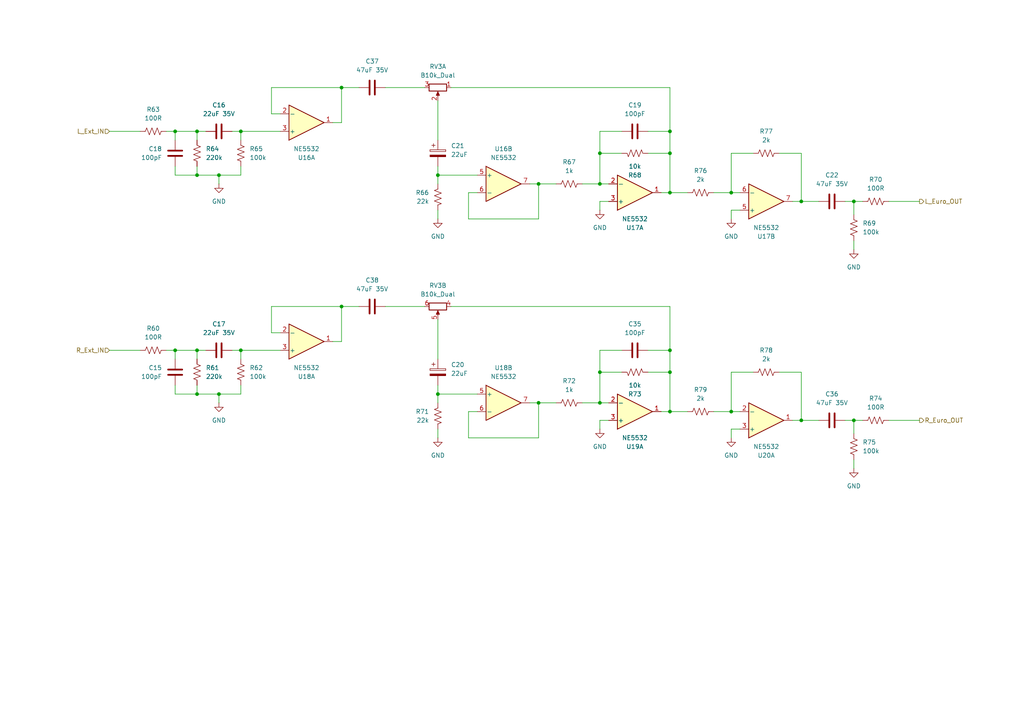
<source format=kicad_sch>
(kicad_sch (version 20250114) (generator "eeschema") (generator_version "9.0")
  (paper "A4")
  (title_block (company "DMH Instruments") (comment 1 "PCB for 5 cm Kosmo format synthesizer module"))
  (lib_symbols
    (symbol "Amplifier_Operational:NE5532" (pin_names (offset 0.127))
      (property "Reference" "U" (at 0 5.08 0))
      (property "Value" "NE5532" (at 0 -5.08 0))
      (symbol "NE5532_1_1"
        (polyline (pts (xy -5.08 5.08) (xy 5.08 0) (xy -5.08 -5.08) (xy -5.08 5.08)) (stroke (width 0.254)) (fill (type background)))
        (pin input line (at -7.62 2.54 0) (length 2.54) (name "+") (number "3"))
        (pin input line (at -7.62 -2.54 0) (length 2.54) (name "-") (number "2"))
        (pin output line (at 7.62 0 180) (length 2.54) (name "~") (number "1"))
      )
      (symbol "NE5532_2_1"
        (polyline (pts (xy -5.08 5.08) (xy 5.08 0) (xy -5.08 -5.08) (xy -5.08 5.08)) (stroke (width 0.254)) (fill (type background)))
        (pin input line (at -7.62 2.54 0) (length 2.54) (name "+") (number "5"))
        (pin input line (at -7.62 -2.54 0) (length 2.54) (name "-") (number "6"))
        (pin output line (at 7.62 0 180) (length 2.54) (name "~") (number "7"))
      )
      (symbol "NE5532_3_1"
        (pin power_in line (at -2.54 7.62 270) (length 3.81) (name "V+") (number "8"))
        (pin power_in line (at -2.54 -7.62 90) (length 3.81) (name "V-") (number "4"))
      )
    )
    (symbol "Device:C" (pin_numbers (hide yes)) (pin_names (offset 0.254))
      (property "Reference" "C" (at 0.635 2.54 0))
      (property "Value" "C" (at 0.635 -2.54 0))
      (symbol "C_0_1"
        (polyline (pts (xy -2.032 0.762) (xy 2.032 0.762)) (stroke (width 0.508)))
        (polyline (pts (xy -2.032 -0.762) (xy 2.032 -0.762)) (stroke (width 0.508)))
      )
      (symbol "C_1_1"
        (pin passive line (at 0 3.81 270) (length 2.794) (name "~") (number "1"))
        (pin passive line (at 0 -3.81 90) (length 2.794) (name "~") (number "2"))
      )
    )
    (symbol "Device:C_Polarized" (pin_numbers (hide yes)) (pin_names (offset 0.254))
      (property "Reference" "C" (at 0.635 2.54 0))
      (property "Value" "C_Polarized" (at 0.635 -2.54 0))
      (symbol "C_Polarized_0_1"
        (rectangle (start -2.286 0.508) (end 2.286 1.016))
        (polyline (pts (xy -1.778 2.286) (xy -0.762 2.286)))
        (polyline (pts (xy -1.27 2.794) (xy -1.27 1.778)))
        (rectangle (start 2.286 -0.508) (end -2.286 -1.016) (fill (type outline)))
      )
      (symbol "C_Polarized_1_1"
        (pin passive line (at 0 3.81 270) (length 2.794) (name "~") (number "1"))
        (pin passive line (at 0 -3.81 90) (length 2.794) (name "~") (number "2"))
      )
    )
    (symbol "Device:R_Potentiometer_Dual_Separate" (pin_names (offset 1.016) (hide yes))
      (property "Reference" "RV" (at -4.445 0 90))
      (property "Value" "R_Potentiometer_Dual_Separate" (at -2.54 0 90))
      (symbol "R_Potentiometer_Dual_Separate_0_1"
        (rectangle (start 1.016 2.54) (end -1.016 -2.54) (stroke (width 0.254)))
        (polyline (pts (xy 1.143 0) (xy 2.286 0.508) (xy 2.286 -0.508) (xy 1.143 0)) (fill (type outline)))
        (polyline (pts (xy 2.54 0) (xy 1.524 0)))
      )
      (symbol "R_Potentiometer_Dual_Separate_1_1"
        (pin passive line (at 0 3.81 270) (length 1.27) (name "1") (number "1"))
        (pin passive line (at 0 -3.81 90) (length 1.27) (name "3") (number "3"))
        (pin passive line (at 3.81 0 180) (length 1.27) (name "2") (number "2"))
      )
      (symbol "R_Potentiometer_Dual_Separate_2_1"
        (pin passive line (at 0 3.81 270) (length 1.27) (name "4") (number "4"))
        (pin passive line (at 0 -3.81 90) (length 1.27) (name "6") (number "6"))
        (pin passive line (at 3.81 0 180) (length 1.27) (name "5") (number "5"))
      )
    )
    (symbol "Device:R_US" (pin_numbers (hide yes)) (pin_names (offset 0))
      (property "Reference" "R" (at 2.54 0 90))
      (property "Value" "R_US" (at -2.54 0 90))
      (symbol "R_US_0_1"
        (polyline (pts (xy 0 2.286) (xy 0 2.54)))
        (polyline (pts (xy 0 2.286) (xy 1.016 1.905) (xy 0 1.524) (xy -1.016 1.143) (xy 0 0.762)))
        (polyline (pts (xy 0 0.762) (xy 1.016 0.381) (xy 0 0) (xy -1.016 -0.381) (xy 0 -0.762)))
        (polyline (pts (xy 0 -0.762) (xy 1.016 -1.143) (xy 0 -1.524) (xy -1.016 -1.905) (xy 0 -2.286)))
        (polyline (pts (xy 0 -2.286) (xy 0 -2.54)))
      )
      (symbol "R_US_1_1"
        (pin passive line (at 0 3.81 270) (length 1.27) (name "~") (number "1"))
        (pin passive line (at 0 -3.81 90) (length 1.27) (name "~") (number "2"))
      )
    )
    (symbol "power:GND" (power) (pin_numbers (hide yes)) (pin_names (offset 0) (hide yes))
      (property "Value" "GND" (at 0 -3.81 0))
      (symbol "GND_0_1"
        (polyline (pts (xy 0 0) (xy 0 -1.27) (xy 1.27 -1.27) (xy 0 -2.54) (xy -1.27 -1.27) (xy 0 -1.27)))
      )
      (symbol "GND_1_1"
        (pin power_in line (at 0 0 270) (length 0) (name "~") (number "1"))
      )
    )
  )
  (junction (at 173.99 53.34))
  (junction (at 194.31 38.1))
  (junction (at 232.41 121.92))
  (junction (at 57.15 114.3))
  (junction (at 57.15 38.1))
  (junction (at 57.15 101.6))
  (junction (at 99.06 25.4))
  (junction (at 50.8 101.6))
  (junction (at 194.31 101.6))
  (junction (at 232.41 58.42))
  (junction (at 173.99 107.95))
  (junction (at 173.99 44.45))
  (junction (at 127 114.3))
  (junction (at 194.31 119.38))
  (junction (at 194.31 107.95))
  (junction (at 247.65 58.42))
  (junction (at 50.8 38.1))
  (junction (at 156.21 116.84))
  (junction (at 127 50.8))
  (junction (at 194.31 44.45))
  (junction (at 69.85 101.6))
  (junction (at 69.85 38.1))
  (junction (at 212.09 55.88))
  (junction (at 173.99 116.84))
  (junction (at 247.65 121.92))
  (junction (at 194.31 55.88))
  (junction (at 156.21 53.34))
  (junction (at 212.09 119.38))
  (junction (at 99.06 88.9))
  (junction (at 63.5 50.8))
  (junction (at 57.15 50.8))
  (junction (at 63.5 114.3))
  (wire (pts (xy 156.21 63.5) (xy 156.21 53.34)))
  (wire (pts (xy 67.31 38.1) (xy 69.85 38.1)))
  (wire (pts (xy 127 114.3) (xy 127 116.84)))
  (wire (pts (xy 247.65 133.35) (xy 247.65 135.89)))
  (wire (pts (xy 57.15 101.6) (xy 59.69 101.6)))
  (wire (pts (xy 135.89 55.88) (xy 135.89 63.5)))
  (wire (pts (xy 247.65 69.85) (xy 247.65 72.39)))
  (wire (pts (xy 48.26 38.1) (xy 50.8 38.1)))
  (wire (pts (xy 81.28 96.52) (xy 78.74 96.52)))
  (wire (pts (xy 69.85 40.64) (xy 69.85 38.1)))
  (wire (pts (xy 50.8 50.8) (xy 57.15 50.8)))
  (wire (pts (xy 127 124.46) (xy 127 127)))
  (wire (pts (xy 257.81 121.92) (xy 266.7 121.92)))
  (wire (pts (xy 247.65 58.42) (xy 245.11 58.42)))
  (wire (pts (xy 187.96 38.1) (xy 194.31 38.1)))
  (wire (pts (xy 173.99 121.92) (xy 173.99 124.46)))
  (wire (pts (xy 212.09 107.95) (xy 212.09 119.38)))
  (wire (pts (xy 194.31 38.1) (xy 194.31 44.45)))
  (wire (pts (xy 50.8 101.6) (xy 50.8 104.14)))
  (wire (pts (xy 111.76 88.9) (xy 123.19 88.9)))
  (wire (pts (xy 127 29.21) (xy 127 40.64)))
  (wire (pts (xy 173.99 44.45) (xy 173.99 53.34)))
  (wire (pts (xy 212.09 119.38) (xy 214.63 119.38)))
  (wire (pts (xy 156.21 53.34) (xy 161.29 53.34)))
  (wire (pts (xy 194.31 107.95) (xy 194.31 119.38)))
  (wire (pts (xy 50.8 114.3) (xy 57.15 114.3)))
  (wire (pts (xy 99.06 88.9) (xy 99.06 99.06)))
  (wire (pts (xy 257.81 58.42) (xy 266.7 58.42)))
  (wire (pts (xy 187.96 44.45) (xy 194.31 44.45)))
  (wire (pts (xy 130.81 88.9) (xy 194.31 88.9)))
  (wire (pts (xy 57.15 48.26) (xy 57.15 50.8)))
  (wire (pts (xy 135.89 63.5) (xy 156.21 63.5)))
  (wire (pts (xy 187.96 101.6) (xy 194.31 101.6)))
  (wire (pts (xy 67.31 101.6) (xy 69.85 101.6)))
  (wire (pts (xy 247.65 121.92) (xy 250.19 121.92)))
  (wire (pts (xy 127 92.71) (xy 127 104.14)))
  (wire (pts (xy 232.41 121.92) (xy 229.87 121.92)))
  (wire (pts (xy 111.76 25.4) (xy 123.19 25.4)))
  (wire (pts (xy 245.11 121.92) (xy 247.65 121.92)))
  (wire (pts (xy 214.63 124.46) (xy 212.09 124.46)))
  (wire (pts (xy 168.91 116.84) (xy 173.99 116.84)))
  (wire (pts (xy 226.06 107.95) (xy 232.41 107.95)))
  (wire (pts (xy 194.31 119.38) (xy 199.39 119.38)))
  (wire (pts (xy 194.31 25.4) (xy 194.31 38.1)))
  (wire (pts (xy 232.41 44.45) (xy 232.41 58.42)))
  (wire (pts (xy 156.21 116.84) (xy 161.29 116.84)))
  (wire (pts (xy 69.85 38.1) (xy 81.28 38.1)))
  (wire (pts (xy 57.15 50.8) (xy 63.5 50.8)))
  (wire (pts (xy 232.41 107.95) (xy 232.41 121.92)))
  (wire (pts (xy 194.31 55.88) (xy 199.39 55.88)))
  (wire (pts (xy 99.06 25.4) (xy 99.06 35.56)))
  (wire (pts (xy 99.06 25.4) (xy 104.14 25.4)))
  (wire (pts (xy 69.85 104.14) (xy 69.85 101.6)))
  (wire (pts (xy 187.96 107.95) (xy 194.31 107.95)))
  (wire (pts (xy 63.5 50.8) (xy 69.85 50.8)))
  (wire (pts (xy 226.06 44.45) (xy 232.41 44.45)))
  (wire (pts (xy 57.15 101.6) (xy 57.15 104.14)))
  (wire (pts (xy 69.85 101.6) (xy 81.28 101.6)))
  (wire (pts (xy 48.26 101.6) (xy 50.8 101.6)))
  (wire (pts (xy 57.15 114.3) (xy 63.5 114.3)))
  (wire (pts (xy 99.06 88.9) (xy 104.14 88.9)))
  (wire (pts (xy 81.28 33.02) (xy 78.74 33.02)))
  (wire (pts (xy 194.31 101.6) (xy 194.31 107.95)))
  (wire (pts (xy 127 114.3) (xy 138.43 114.3)))
  (wire (pts (xy 78.74 25.4) (xy 99.06 25.4)))
  (wire (pts (xy 229.87 58.42) (xy 232.41 58.42)))
  (wire (pts (xy 232.41 121.92) (xy 237.49 121.92)))
  (wire (pts (xy 31.75 101.6) (xy 40.64 101.6)))
  (wire (pts (xy 176.53 121.92) (xy 173.99 121.92)))
  (wire (pts (xy 218.44 107.95) (xy 212.09 107.95)))
  (wire (pts (xy 173.99 107.95) (xy 173.99 116.84)))
  (wire (pts (xy 69.85 111.76) (xy 69.85 114.3)))
  (wire (pts (xy 180.34 38.1) (xy 173.99 38.1)))
  (wire (pts (xy 218.44 44.45) (xy 212.09 44.45)))
  (wire (pts (xy 173.99 116.84) (xy 176.53 116.84)))
  (wire (pts (xy 69.85 48.26) (xy 69.85 50.8)))
  (wire (pts (xy 50.8 101.6) (xy 57.15 101.6)))
  (wire (pts (xy 194.31 44.45) (xy 194.31 55.88)))
  (wire (pts (xy 212.09 44.45) (xy 212.09 55.88)))
  (wire (pts (xy 50.8 48.26) (xy 50.8 50.8)))
  (wire (pts (xy 180.34 107.95) (xy 173.99 107.95)))
  (wire (pts (xy 232.41 58.42) (xy 237.49 58.42)))
  (wire (pts (xy 78.74 96.52) (xy 78.74 88.9)))
  (wire (pts (xy 194.31 55.88) (xy 191.77 55.88)))
  (wire (pts (xy 212.09 55.88) (xy 214.63 55.88)))
  (wire (pts (xy 127 60.96) (xy 127 63.5)))
  (wire (pts (xy 57.15 38.1) (xy 59.69 38.1)))
  (wire (pts (xy 191.77 119.38) (xy 194.31 119.38)))
  (wire (pts (xy 247.65 121.92) (xy 247.65 125.73)))
  (wire (pts (xy 156.21 127) (xy 156.21 116.84)))
  (wire (pts (xy 50.8 38.1) (xy 50.8 40.64)))
  (wire (pts (xy 130.81 25.4) (xy 194.31 25.4)))
  (wire (pts (xy 212.09 124.46) (xy 212.09 127)))
  (wire (pts (xy 247.65 62.23) (xy 247.65 58.42)))
  (wire (pts (xy 50.8 38.1) (xy 57.15 38.1)))
  (wire (pts (xy 173.99 101.6) (xy 173.99 107.95)))
  (wire (pts (xy 135.89 127) (xy 156.21 127)))
  (wire (pts (xy 78.74 33.02) (xy 78.74 25.4)))
  (wire (pts (xy 63.5 50.8) (xy 63.5 53.34)))
  (wire (pts (xy 168.91 53.34) (xy 173.99 53.34)))
  (wire (pts (xy 57.15 111.76) (xy 57.15 114.3)))
  (wire (pts (xy 207.01 55.88) (xy 212.09 55.88)))
  (wire (pts (xy 207.01 119.38) (xy 212.09 119.38)))
  (wire (pts (xy 127 48.26) (xy 127 50.8)))
  (wire (pts (xy 173.99 58.42) (xy 173.99 60.96)))
  (wire (pts (xy 127 50.8) (xy 138.43 50.8)))
  (wire (pts (xy 78.74 88.9) (xy 99.06 88.9)))
  (wire (pts (xy 173.99 53.34) (xy 176.53 53.34)))
  (wire (pts (xy 57.15 38.1) (xy 57.15 40.64)))
  (wire (pts (xy 214.63 60.96) (xy 212.09 60.96)))
  (wire (pts (xy 135.89 55.88) (xy 138.43 55.88)))
  (wire (pts (xy 127 111.76) (xy 127 114.3)))
  (wire (pts (xy 138.43 119.38) (xy 135.89 119.38)))
  (wire (pts (xy 194.31 88.9) (xy 194.31 101.6)))
  (wire (pts (xy 180.34 44.45) (xy 173.99 44.45)))
  (wire (pts (xy 176.53 58.42) (xy 173.99 58.42)))
  (wire (pts (xy 50.8 111.76) (xy 50.8 114.3)))
  (wire (pts (xy 212.09 60.96) (xy 212.09 63.5)))
  (wire (pts (xy 99.06 35.56) (xy 96.52 35.56)))
  (wire (pts (xy 135.89 119.38) (xy 135.89 127)))
  (wire (pts (xy 153.67 53.34) (xy 156.21 53.34)))
  (wire (pts (xy 99.06 99.06) (xy 96.52 99.06)))
  (wire (pts (xy 63.5 114.3) (xy 63.5 116.84)))
  (wire (pts (xy 69.85 114.3) (xy 63.5 114.3)))
  (wire (pts (xy 31.75 38.1) (xy 40.64 38.1)))
  (wire (pts (xy 247.65 58.42) (xy 250.19 58.42)))
  (wire (pts (xy 127 50.8) (xy 127 53.34)))
  (wire (pts (xy 173.99 38.1) (xy 173.99 44.45)))
  (wire (pts (xy 180.34 101.6) (xy 173.99 101.6)))
  (wire (pts (xy 156.21 116.84) (xy 153.67 116.84)))
  (hierarchical_label "L_Euro_OUT" (shape output) (at 266.7 58.42 0))
  (hierarchical_label "L_Ext_IN" (shape input) (at 31.75 38.1 180))
  (hierarchical_label "R_Ext_IN" (shape input) (at 31.75 101.6 180))
  (hierarchical_label "R_Euro_OUT" (shape output) (at 266.7 121.92 0))
  (symbol (lib_id "Device:R_US") (at 222.25 44.45 90) (unit 1)
    (property "Reference" "R77" (at 222.25 38.1 90))
    (property "Value" "2k" (at 222.25 40.64 90))
    (property "Footprint" "Resistor_THT:R_Axial_DIN0207_L6.3mm_D2.5mm_P7.62mm_Horizontal" (effects (hide yes)))
    (property "Description" "Resistor, US symbol" (effects (hide yes)))
  )
  (symbol (lib_id "power:GND") (at 173.99 124.46 0) (unit 1)
    (property "Reference" "#PWR050" (effects (hide yes)))
    (property "Value" "GND" (at 173.99 129.54 0))
    (property "Description" "Power symbol creates a global label with name \"GND\" , ground" (effects (hide yes)))
  )
  (symbol (lib_id "Device:R_US") (at 69.85 44.45 180) (unit 1)
    (property "Reference" "R65" (at 72.39 43.1799 0) (effects (justify right)))
    (property "Value" "100k" (at 72.39 45.7199 0) (effects (justify right)))
    (property "Footprint" "Resistor_THT:R_Axial_DIN0207_L6.3mm_D2.5mm_P7.62mm_Horizontal" (effects (hide yes)))
    (property "Description" "Resistor, US symbol" (effects (hide yes)))
  )
  (symbol (lib_id "Amplifier_Operational:NE5532") (at 88.9 35.56 0) (mirror x) (unit 1)
    (property "Reference" "U16" (at 88.9 45.72 0))
    (property "Value" "NE5532" (at 88.9 43.18 0))
    (property "Datasheet" "http://www.ti.com/lit/ds/symlink/ne5532.pdf" (effects (hide yes)))
    (property "Description" "Dual Low-Noise Operational Amplifiers, DIP-8/SOIC-8" (effects (hide yes)))
  )
  (symbol (lib_id "power:GND") (at 247.65 72.39 0) (unit 1)
    (property "Reference" "#PWR048" (effects (hide yes)))
    (property "Value" "GND" (at 247.65 77.47 0))
    (property "Description" "Power symbol creates a global label with name \"GND\" , ground" (effects (hide yes)))
  )
  (symbol (lib_id "Device:R_US") (at 222.25 107.95 90) (unit 1)
    (property "Reference" "R78" (at 222.25 101.6 90))
    (property "Value" "2k" (at 222.25 104.14 90))
    (property "Footprint" "Resistor_THT:R_Axial_DIN0207_L6.3mm_D2.5mm_P7.62mm_Horizontal" (effects (hide yes)))
    (property "Description" "Resistor, US symbol" (effects (hide yes)))
  )
  (symbol (lib_id "Device:R_US") (at 184.15 107.95 90) (mirror x) (unit 1)
    (property "Reference" "R73" (at 184.15 114.3 90))
    (property "Value" "10k" (at 184.15 111.76 90))
    (property "Footprint" "Resistor_THT:R_Axial_DIN0207_L6.3mm_D2.5mm_P7.62mm_Horizontal" (effects (hide yes)))
    (property "Description" "Resistor, US symbol" (effects (hide yes)))
  )
  (symbol (lib_id "Device:C") (at 184.15 101.6 90) (mirror x) (unit 1)
    (property "Reference" "C35" (at 184.15 93.98 90))
    (property "Value" "100pF" (at 184.15 96.52 90))
    (property "Footprint" "Capacitor_THT:C_Disc_D3.0mm_W2.0mm_P2.50mm" (effects (hide yes)))
    (property "Description" "Unpolarized capacitor" (effects (hide yes)))
  )
  (symbol (lib_id "Device:R_US") (at 165.1 53.34 90) (unit 1)
    (property "Reference" "R67" (at 165.1 46.99 90))
    (property "Value" "1k" (at 165.1 49.53 90))
    (property "Footprint" "Resistor_THT:R_Axial_DIN0207_L6.3mm_D2.5mm_P7.62mm_Horizontal" (effects (hide yes)))
    (property "Description" "Resistor, US symbol" (effects (hide yes)))
  )
  (symbol (lib_id "Device:R_Potentiometer_Dual_Separate") (at 127 25.4 270) (unit 1)
    (property "Reference" "RV3" (at 127 19.304 90))
    (property "Value" "B10k_Dual" (at 127 21.844 90))
    (property "Footprint" "Potentiometer_THT:Potentiometer_Alpha_RD902F-40-00D_Dual_Vertical" (effects (hide yes)))
    (property "Description" "Dual potentiometer, separate units" (effects (hide yes)))
  )
  (symbol (lib_id "power:GND") (at 63.5 53.34 0) (unit 1)
    (property "Reference" "#PWR045" (effects (hide yes)))
    (property "Value" "GND" (at 63.5 58.42 0))
    (property "Description" "Power symbol creates a global label with name \"GND\" , ground" (effects (hide yes)))
  )
  (symbol (lib_id "power:GND") (at 212.09 127 0) (unit 1)
    (property "Reference" "#PWR071" (effects (hide yes)))
    (property "Value" "GND" (at 212.09 132.08 0))
    (property "Description" "Power symbol creates a global label with name \"GND\" , ground" (effects (hide yes)))
  )
  (symbol (lib_id "Device:C") (at 50.8 107.95 0) (mirror x) (unit 1)
    (property "Reference" "C15" (at 46.99 106.6799 0) (effects (justify right)))
    (property "Value" "100pF" (at 46.99 109.2199 0) (effects (justify right)))
    (property "Footprint" "Capacitor_THT:C_Disc_D3.0mm_W2.0mm_P2.50mm" (effects (hide yes)))
    (property "Description" "Unpolarized capacitor" (effects (hide yes)))
  )
  (symbol (lib_id "Device:C") (at 63.5 38.1 90) (unit 1)
    (property "Reference" "C16" (at 63.5 30.48 90))
    (property "Value" "22uF 35V" (at 63.5 33.02 90))
    (property "Footprint" "Capacitor_THT:C_Radial_D8.0mm_H11.5mm_P3.50mm" (effects (hide yes)))
    (property "Description" "Unpolarized capacitor" (effects (hide yes)))
  )
  (symbol (lib_id "Amplifier_Operational:NE5532") (at 146.05 116.84 0) (unit 2)
    (property "Reference" "U18" (at 146.05 106.68 0))
    (property "Value" "NE5532" (at 146.05 109.22 0))
    (property "Datasheet" "http://www.ti.com/lit/ds/symlink/ne5532.pdf" (effects (hide yes)))
    (property "Description" "Dual Low-Noise Operational Amplifiers, DIP-8/SOIC-8" (effects (hide yes)))
  )
  (symbol (lib_id "Device:R_US") (at 203.2 119.38 90) (unit 1)
    (property "Reference" "R79" (at 203.2 113.03 90))
    (property "Value" "2k" (at 203.2 115.57 90))
    (property "Footprint" "Resistor_THT:R_Axial_DIN0207_L6.3mm_D2.5mm_P7.62mm_Horizontal" (effects (hide yes)))
    (property "Description" "Resistor, US symbol" (effects (hide yes)))
  )
  (symbol (lib_id "Device:C_Polarized") (at 127 44.45 0) (unit 1)
    (property "Reference" "C21" (at 130.81 42.2909 0) (effects (justify left)))
    (property "Value" "22uF" (at 130.81 44.8309 0) (effects (justify left)))
    (property "Footprint" "Capacitor_THT:CP_Radial_D5.0mm_P2.00mm" (effects (hide yes)))
    (property "Description" "Polarized capacitor" (effects (hide yes)))
  )
  (symbol (lib_id "Device:R_US") (at 127 57.15 0) (mirror x) (unit 1)
    (property "Reference" "R66" (at 124.46 55.8799 0) (effects (justify right)))
    (property "Value" "22k" (at 124.46 58.4199 0) (effects (justify right)))
    (property "Footprint" "Resistor_THT:R_Axial_DIN0207_L6.3mm_D2.5mm_P7.62mm_Horizontal" (effects (hide yes)))
    (property "Description" "Resistor, US symbol" (effects (hide yes)))
  )
  (symbol (lib_id "Device:R_US") (at 247.65 66.04 180) (unit 1)
    (property "Reference" "R69" (at 250.19 64.7699 0) (effects (justify right)))
    (property "Value" "100k" (at 250.19 67.3099 0) (effects (justify right)))
    (property "Footprint" "Resistor_THT:R_Axial_DIN0207_L6.3mm_D2.5mm_P7.62mm_Horizontal" (effects (hide yes)))
    (property "Description" "Resistor, US symbol" (effects (hide yes)))
  )
  (symbol (lib_id "Device:R_US") (at 127 120.65 0) (mirror x) (unit 1)
    (property "Reference" "R71" (at 124.46 119.3799 0) (effects (justify right)))
    (property "Value" "22k" (at 124.46 121.9199 0) (effects (justify right)))
    (property "Footprint" "Resistor_THT:R_Axial_DIN0207_L6.3mm_D2.5mm_P7.62mm_Horizontal" (effects (hide yes)))
    (property "Description" "Resistor, US symbol" (effects (hide yes)))
  )
  (symbol (lib_id "Amplifier_Operational:NE5532") (at 222.25 58.42 0) (mirror x) (unit 2)
    (property "Reference" "U17" (at 222.25 68.58 0))
    (property "Value" "NE5532" (at 222.25 66.04 0))
    (property "Datasheet" "http://www.ti.com/lit/ds/symlink/ne5532.pdf" (effects (hide yes)))
    (property "Description" "Dual Low-Noise Operational Amplifiers, DIP-8/SOIC-8" (effects (hide yes)))
  )
  (symbol (lib_id "Amplifier_Operational:NE5532") (at 146.05 53.34 0) (unit 2)
    (property "Reference" "U16" (at 146.05 43.18 0))
    (property "Value" "NE5532" (at 146.05 45.72 0))
    (property "Datasheet" "http://www.ti.com/lit/ds/symlink/ne5532.pdf" (effects (hide yes)))
    (property "Description" "Dual Low-Noise Operational Amplifiers, DIP-8/SOIC-8" (effects (hide yes)))
  )
  (symbol (lib_id "Device:R_US") (at 57.15 44.45 180) (unit 1)
    (property "Reference" "R64" (at 59.69 43.1799 0) (effects (justify right)))
    (property "Value" "220k" (at 59.69 45.7199 0) (effects (justify right)))
    (property "Footprint" "Resistor_THT:R_Axial_DIN0207_L6.3mm_D2.5mm_P7.62mm_Horizontal" (effects (hide yes)))
    (property "Description" "Resistor, US symbol" (effects (hide yes)))
  )
  (symbol (lib_id "Device:C") (at 63.5 101.6 90) (unit 1)
    (property "Reference" "C17" (at 63.5 93.98 90))
    (property "Value" "22uF 35V" (at 63.5 96.52 90))
    (property "Footprint" "Capacitor_THT:C_Radial_D8.0mm_H11.5mm_P3.50mm" (effects (hide yes)))
    (property "Description" "Unpolarized capacitor" (effects (hide yes)))
  )
  (symbol (lib_id "Amplifier_Operational:NE5532") (at 222.25 121.92 0) (mirror x) (unit 1)
    (property "Reference" "U20" (at 222.25 132.08 0))
    (property "Value" "NE5532" (at 222.25 129.54 0))
    (property "Datasheet" "http://www.ti.com/lit/ds/symlink/ne5532.pdf" (effects (hide yes)))
    (property "Description" "Dual Low-Noise Operational Amplifiers, DIP-8/SOIC-8" (effects (hide yes)))
  )
  (symbol (lib_id "Device:R_US") (at 254 58.42 90) (unit 1)
    (property "Reference" "R70" (at 254 52.07 90))
    (property "Value" "100R" (at 254 54.61 90))
    (property "Footprint" "Resistor_THT:R_Axial_DIN0207_L6.3mm_D2.5mm_P7.62mm_Horizontal" (effects (hide yes)))
    (property "Description" "Resistor, US symbol" (effects (hide yes)))
  )
  (symbol (lib_id "Device:R_US") (at 44.45 101.6 90) (unit 1)
    (property "Reference" "R60" (at 44.45 95.25 90))
    (property "Value" "100R" (at 44.45 97.79 90))
    (property "Footprint" "Resistor_THT:R_Axial_DIN0207_L6.3mm_D2.5mm_P7.62mm_Horizontal" (effects (hide yes)))
    (property "Description" "Resistor, US symbol" (effects (hide yes)))
  )
  (symbol (lib_id "Device:R_Potentiometer_Dual_Separate") (at 127 88.9 270) (unit 2)
    (property "Reference" "RV3" (at 127 82.804 90))
    (property "Value" "B10k_Dual" (at 127 85.344 90))
    (property "Footprint" "Potentiometer_THT:Potentiometer_Alpha_RD902F-40-00D_Dual_Vertical" (effects (hide yes)))
    (property "Description" "Dual potentiometer, separate units" (effects (hide yes)))
  )
  (symbol (lib_id "Amplifier_Operational:NE5532") (at 184.15 55.88 0) (mirror x) (unit 1)
    (property "Reference" "U17" (at 184.15 66.04 0))
    (property "Value" "NE5532" (at 184.15 63.5 0))
    (property "Datasheet" "http://www.ti.com/lit/ds/symlink/ne5532.pdf" (effects (hide yes)))
    (property "Description" "Dual Low-Noise Operational Amplifiers, DIP-8/SOIC-8" (effects (hide yes)))
  )
  (symbol (lib_id "Device:C") (at 50.8 44.45 0) (mirror x) (unit 1)
    (property "Reference" "C18" (at 46.99 43.1799 0) (effects (justify right)))
    (property "Value" "100pF" (at 46.99 45.7199 0) (effects (justify right)))
    (property "Footprint" "Capacitor_THT:C_Disc_D3.0mm_W2.0mm_P2.50mm" (effects (hide yes)))
    (property "Description" "Unpolarized capacitor" (effects (hide yes)))
  )
  (symbol (lib_id "Device:R_US") (at 44.45 38.1 90) (unit 1)
    (property "Reference" "R63" (at 44.45 31.75 90))
    (property "Value" "100R" (at 44.45 34.29 90))
    (property "Footprint" "Resistor_THT:R_Axial_DIN0207_L6.3mm_D2.5mm_P7.62mm_Horizontal" (effects (hide yes)))
    (property "Description" "Resistor, US symbol" (effects (hide yes)))
  )
  (symbol (lib_id "Device:R_US") (at 203.2 55.88 90) (unit 1)
    (property "Reference" "R76" (at 203.2 49.53 90))
    (property "Value" "2k" (at 203.2 52.07 90))
    (property "Footprint" "Resistor_THT:R_Axial_DIN0207_L6.3mm_D2.5mm_P7.62mm_Horizontal" (effects (hide yes)))
    (property "Description" "Resistor, US symbol" (effects (hide yes)))
  )
  (symbol (lib_id "Amplifier_Operational:NE5532") (at 184.15 119.38 0) (mirror x) (unit 1)
    (property "Reference" "U19" (at 184.15 129.54 0))
    (property "Value" "NE5532" (at 184.15 127 0))
    (property "Datasheet" "http://www.ti.com/lit/ds/symlink/ne5532.pdf" (effects (hide yes)))
    (property "Description" "Dual Low-Noise Operational Amplifiers, DIP-8/SOIC-8" (effects (hide yes)))
  )
  (symbol (lib_id "Amplifier_Operational:NE5532") (at 88.9 99.06 0) (mirror x) (unit 1)
    (property "Reference" "U18" (at 88.9 109.22 0))
    (property "Value" "NE5532" (at 88.9 106.68 0))
    (property "Datasheet" "http://www.ti.com/lit/ds/symlink/ne5532.pdf" (effects (hide yes)))
    (property "Description" "Dual Low-Noise Operational Amplifiers, DIP-8/SOIC-8" (effects (hide yes)))
  )
  (symbol (lib_id "Device:R_US") (at 184.15 44.45 90) (mirror x) (unit 1)
    (property "Reference" "R68" (at 184.15 50.8 90))
    (property "Value" "10k" (at 184.15 48.26 90))
    (property "Footprint" "Resistor_THT:R_Axial_DIN0207_L6.3mm_D2.5mm_P7.62mm_Horizontal" (effects (hide yes)))
    (property "Description" "Resistor, US symbol" (effects (hide yes)))
  )
  (symbol (lib_id "Device:C") (at 107.95 25.4 90) (unit 1)
    (property "Reference" "C37" (at 107.95 17.78 90))
    (property "Value" "47uF 35V" (at 107.95 20.32 90))
    (property "Footprint" "Capacitor_THT:C_Radial_D8.0mm_H11.5mm_P3.50mm" (effects (hide yes)))
    (property "Description" "Unpolarized capacitor" (effects (hide yes)))
  )
  (symbol (lib_id "power:GND") (at 173.99 60.96 0) (unit 1)
    (property "Reference" "#PWR047" (effects (hide yes)))
    (property "Value" "GND" (at 173.99 66.04 0))
    (property "Description" "Power symbol creates a global label with name \"GND\" , ground" (effects (hide yes)))
  )
  (symbol (lib_id "Device:R_US") (at 69.85 107.95 180) (unit 1)
    (property "Reference" "R62" (at 72.39 106.6799 0) (effects (justify right)))
    (property "Value" "100k" (at 72.39 109.2199 0) (effects (justify right)))
    (property "Footprint" "Resistor_THT:R_Axial_DIN0207_L6.3mm_D2.5mm_P7.62mm_Horizontal" (effects (hide yes)))
    (property "Description" "Resistor, US symbol" (effects (hide yes)))
  )
  (symbol (lib_id "Device:R_US") (at 247.65 129.54 180) (unit 1)
    (property "Reference" "R75" (at 250.19 128.2699 0) (effects (justify right)))
    (property "Value" "100k" (at 250.19 130.8099 0) (effects (justify right)))
    (property "Footprint" "Resistor_THT:R_Axial_DIN0207_L6.3mm_D2.5mm_P7.62mm_Horizontal" (effects (hide yes)))
    (property "Description" "Resistor, US symbol" (effects (hide yes)))
  )
  (symbol (lib_id "Device:R_US") (at 165.1 116.84 90) (unit 1)
    (property "Reference" "R72" (at 165.1 110.49 90))
    (property "Value" "1k" (at 165.1 113.03 90))
    (property "Footprint" "Resistor_THT:R_Axial_DIN0207_L6.3mm_D2.5mm_P7.62mm_Horizontal" (effects (hide yes)))
    (property "Description" "Resistor, US symbol" (effects (hide yes)))
  )
  (symbol (lib_id "power:GND") (at 127 127 0) (unit 1)
    (property "Reference" "#PWR049" (effects (hide yes)))
    (property "Value" "GND" (at 127 132.08 0))
    (property "Description" "Power symbol creates a global label with name \"GND\" , ground" (effects (hide yes)))
  )
  (symbol (lib_id "power:GND") (at 247.65 135.89 0) (unit 1)
    (property "Reference" "#PWR051" (effects (hide yes)))
    (property "Value" "GND" (at 247.65 140.97 0))
    (property "Description" "Power symbol creates a global label with name \"GND\" , ground" (effects (hide yes)))
  )
  (symbol (lib_id "power:GND") (at 127 63.5 0) (unit 1)
    (property "Reference" "#PWR046" (effects (hide yes)))
    (property "Value" "GND" (at 127 68.58 0))
    (property "Description" "Power symbol creates a global label with name \"GND\" , ground" (effects (hide yes)))
  )
  (symbol (lib_id "Device:C") (at 184.15 38.1 90) (mirror x) (unit 1)
    (property "Reference" "C19" (at 184.15 30.48 90))
    (property "Value" "100pF" (at 184.15 33.02 90))
    (property "Footprint" "Capacitor_THT:C_Disc_D3.0mm_W2.0mm_P2.50mm" (effects (hide yes)))
    (property "Description" "Unpolarized capacitor" (effects (hide yes)))
  )
  (symbol (lib_id "power:GND") (at 212.09 63.5 0) (unit 1)
    (property "Reference" "#PWR070" (effects (hide yes)))
    (property "Value" "GND" (at 212.09 68.58 0))
    (property "Description" "Power symbol creates a global label with name \"GND\" , ground" (effects (hide yes)))
  )
  (symbol (lib_id "Device:C") (at 241.3 58.42 90) (unit 1)
    (property "Reference" "C22" (at 241.3 50.8 90))
    (property "Value" "47uF 35V" (at 241.3 53.34 90))
    (property "Footprint" "Capacitor_THT:C_Radial_D8.0mm_H11.5mm_P3.50mm" (effects (hide yes)))
    (property "Description" "Unpolarized capacitor" (effects (hide yes)))
  )
  (symbol (lib_id "Device:C") (at 241.3 121.92 90) (unit 1)
    (property "Reference" "C36" (at 241.3 114.3 90))
    (property "Value" "47uF 35V" (at 241.3 116.84 90))
    (property "Footprint" "Capacitor_THT:C_Radial_D8.0mm_H11.5mm_P3.50mm" (effects (hide yes)))
    (property "Description" "Unpolarized capacitor" (effects (hide yes)))
  )
  (symbol (lib_id "power:GND") (at 63.5 116.84 0) (unit 1)
    (property "Reference" "#PWR044" (effects (hide yes)))
    (property "Value" "GND" (at 63.5 121.92 0))
    (property "Description" "Power symbol creates a global label with name \"GND\" , ground" (effects (hide yes)))
  )
  (symbol (lib_id "Device:C") (at 107.95 88.9 90) (unit 1)
    (property "Reference" "C38" (at 107.95 81.28 90))
    (property "Value" "47uF 35V" (at 107.95 83.82 90))
    (property "Footprint" "Capacitor_THT:C_Radial_D8.0mm_H11.5mm_P3.50mm" (effects (hide yes)))
    (property "Description" "Unpolarized capacitor" (effects (hide yes)))
  )
  (symbol (lib_id "Device:R_US") (at 254 121.92 90) (unit 1)
    (property "Reference" "R74" (at 254 115.57 90))
    (property "Value" "100R" (at 254 118.11 90))
    (property "Footprint" "Resistor_THT:R_Axial_DIN0207_L6.3mm_D2.5mm_P7.62mm_Horizontal" (effects (hide yes)))
    (property "Description" "Resistor, US symbol" (effects (hide yes)))
  )
  (symbol (lib_id "Device:C_Polarized") (at 127 107.95 0) (unit 1)
    (property "Reference" "C20" (at 130.81 105.7909 0) (effects (justify left)))
    (property "Value" "22uF" (at 130.81 108.3309 0) (effects (justify left)))
    (property "Footprint" "Capacitor_THT:CP_Radial_D5.0mm_P2.00mm" (effects (hide yes)))
    (property "Description" "Polarized capacitor" (effects (hide yes)))
  )
  (symbol (lib_id "Device:R_US") (at 57.15 107.95 180) (unit 1)
    (property "Reference" "R61" (at 59.69 106.6799 0) (effects (justify right)))
    (property "Value" "220k" (at 59.69 109.2199 0) (effects (justify right)))
    (property "Footprint" "Resistor_THT:R_Axial_DIN0207_L6.3mm_D2.5mm_P7.62mm_Horizontal" (effects (hide yes)))
    (property "Description" "Resistor, US symbol" (effects (hide yes)))
  )
)
</source>
